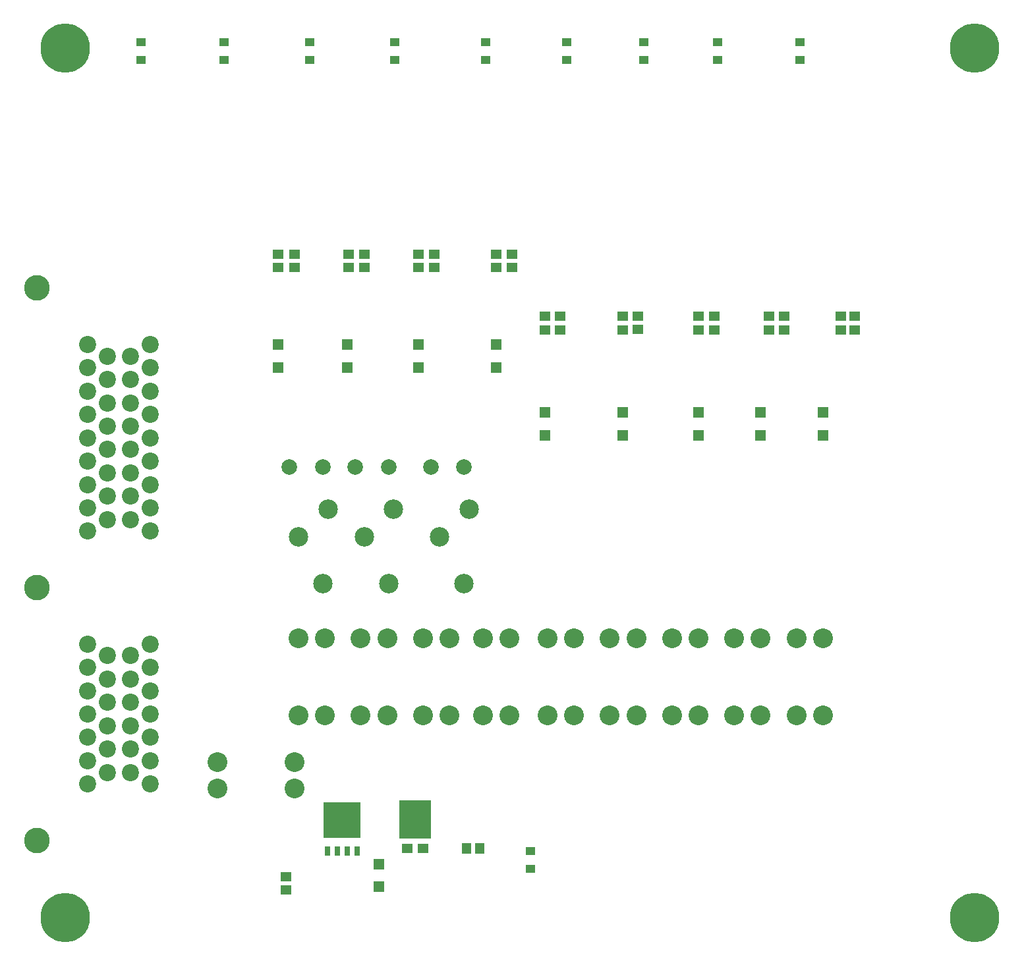
<source format=gbr>
%TF.GenerationSoftware,Altium Limited,Altium Designer,18.1.9 (240)*%
G04 Layer_Color=255*
%FSLAX26Y26*%
%MOIN*%
%TF.FileFunction,Pads,Top*%
%TF.Part,Single*%
G01*
G75*
%TA.AperFunction,SMDPad,CuDef*%
%ADD10R,0.051181X0.043307*%
%ADD11R,0.053150X0.045276*%
%ADD12R,0.185039X0.181102*%
%ADD13R,0.027559X0.045276*%
%ADD14R,0.045276X0.053150*%
%ADD15R,0.163386X0.192913*%
%ADD16R,0.057087X0.051181*%
%ADD17R,0.057087X0.053150*%
%TA.AperFunction,ViaPad*%
%ADD20C,0.250000*%
%TA.AperFunction,ComponentPad*%
%ADD21C,0.086614*%
%ADD22C,0.129921*%
%ADD23C,0.098425*%
%ADD24C,0.078740*%
%ADD25C,0.100000*%
D10*
X4015748Y4730315D02*
D03*
Y4639764D02*
D03*
X3598673Y4730315D02*
D03*
Y4639764D02*
D03*
X3225551Y4730315D02*
D03*
Y4639764D02*
D03*
X2834646Y4730315D02*
D03*
Y4639764D02*
D03*
X2425777Y4730315D02*
D03*
Y4639764D02*
D03*
X1965420Y4730315D02*
D03*
Y4639764D02*
D03*
X1535433Y4730315D02*
D03*
Y4639764D02*
D03*
X1102362Y4730315D02*
D03*
Y4639764D02*
D03*
X681072Y4730315D02*
D03*
Y4639764D02*
D03*
X2653791Y545276D02*
D03*
Y635827D02*
D03*
D11*
X2559055Y3587598D02*
D03*
Y3656496D02*
D03*
X1417323Y437992D02*
D03*
Y506890D02*
D03*
X2165354Y3656496D02*
D03*
Y3587598D02*
D03*
X2086614Y3656496D02*
D03*
Y3587598D02*
D03*
X1458504Y3656496D02*
D03*
Y3587598D02*
D03*
X1377029Y3656496D02*
D03*
Y3587598D02*
D03*
X1811024Y3656496D02*
D03*
Y3587598D02*
D03*
X1732284Y3656496D02*
D03*
Y3587598D02*
D03*
X2804171Y3341535D02*
D03*
Y3272638D02*
D03*
X2724683Y3341535D02*
D03*
Y3272638D02*
D03*
X3196477Y3343346D02*
D03*
Y3274449D02*
D03*
X3119132Y3341535D02*
D03*
Y3272638D02*
D03*
X3582677Y3341535D02*
D03*
Y3272638D02*
D03*
X3503937Y3341535D02*
D03*
Y3272638D02*
D03*
X3937008Y3341535D02*
D03*
Y3272638D02*
D03*
X3858268Y3341535D02*
D03*
Y3272638D02*
D03*
X4291339Y3341535D02*
D03*
Y3272638D02*
D03*
X4221494Y3341535D02*
D03*
Y3272638D02*
D03*
X2480315Y3656496D02*
D03*
Y3587598D02*
D03*
D12*
X1700454Y793307D02*
D03*
D13*
X1775454Y635827D02*
D03*
X1725454D02*
D03*
X1675454D02*
D03*
X1625454D02*
D03*
D14*
X2396654Y648976D02*
D03*
X2327756D02*
D03*
D15*
X2068778Y794921D02*
D03*
D16*
X2108778Y648976D02*
D03*
X2028778D02*
D03*
D17*
X1884824Y453740D02*
D03*
Y569882D02*
D03*
X2085690Y3081693D02*
D03*
Y3197834D02*
D03*
X1377029Y3081693D02*
D03*
Y3197834D02*
D03*
X1725454Y3081693D02*
D03*
Y3197834D02*
D03*
X2724683Y2738840D02*
D03*
Y2854982D02*
D03*
X3119132Y2738840D02*
D03*
Y2854982D02*
D03*
X3501022Y2738840D02*
D03*
Y2854982D02*
D03*
X3815982Y2738840D02*
D03*
Y2854982D02*
D03*
X4130943Y2738840D02*
D03*
Y2854982D02*
D03*
X2479391Y3081693D02*
D03*
Y3197834D02*
D03*
D20*
X4900000Y300000D02*
D03*
X300000D02*
D03*
Y4700000D02*
D03*
X4900000D02*
D03*
D21*
X728346Y2253937D02*
D03*
Y2372047D02*
D03*
Y2490157D02*
D03*
Y2608268D02*
D03*
Y2726378D02*
D03*
Y2844488D02*
D03*
Y2962598D02*
D03*
Y3080709D02*
D03*
Y3198819D02*
D03*
X629921Y2312992D02*
D03*
Y2431102D02*
D03*
Y2549213D02*
D03*
Y2667323D02*
D03*
Y2785433D02*
D03*
Y2903543D02*
D03*
Y3021653D02*
D03*
Y3139764D02*
D03*
X511811Y2312992D02*
D03*
Y2431102D02*
D03*
Y2549213D02*
D03*
Y2667323D02*
D03*
Y2785433D02*
D03*
Y2903543D02*
D03*
Y3021653D02*
D03*
Y3139764D02*
D03*
X413386Y2253937D02*
D03*
Y2372047D02*
D03*
Y2490157D02*
D03*
Y2608268D02*
D03*
Y2726378D02*
D03*
Y2844488D02*
D03*
Y2962598D02*
D03*
Y3080709D02*
D03*
Y3198819D02*
D03*
Y1683071D02*
D03*
Y1564961D02*
D03*
Y1446850D02*
D03*
Y1328740D02*
D03*
Y1210630D02*
D03*
Y1092520D02*
D03*
Y974409D02*
D03*
X511811Y1624016D02*
D03*
Y1505906D02*
D03*
Y1387795D02*
D03*
Y1269685D02*
D03*
Y1151575D02*
D03*
Y1033465D02*
D03*
X629921Y1624016D02*
D03*
Y1505906D02*
D03*
Y1387795D02*
D03*
Y1269685D02*
D03*
Y1151575D02*
D03*
Y1033465D02*
D03*
X728346Y1683071D02*
D03*
Y1564961D02*
D03*
Y1446850D02*
D03*
Y1328740D02*
D03*
Y1210630D02*
D03*
Y1092520D02*
D03*
Y974409D02*
D03*
D22*
X157480Y688976D02*
D03*
Y1968504D02*
D03*
Y3484252D02*
D03*
D23*
X2317207Y1989824D02*
D03*
X2342798Y2363840D02*
D03*
X2193192Y2226045D02*
D03*
X1602873Y1989824D02*
D03*
X1628464Y2363840D02*
D03*
X1478857Y2226045D02*
D03*
X1935039Y1989824D02*
D03*
X1960630Y2363840D02*
D03*
X1811024Y2226045D02*
D03*
D24*
X2147916Y2580376D02*
D03*
X2317207D02*
D03*
X1433582D02*
D03*
X1602873D02*
D03*
X1765748D02*
D03*
X1935039D02*
D03*
D25*
X2242637Y1712659D02*
D03*
Y1322108D02*
D03*
X2108778Y1712659D02*
D03*
Y1322108D02*
D03*
X1612716Y1712659D02*
D03*
Y1322108D02*
D03*
X1478857Y1712659D02*
D03*
Y1322108D02*
D03*
X1927676Y1712659D02*
D03*
Y1322108D02*
D03*
X1793818Y1712659D02*
D03*
Y1322108D02*
D03*
X1067953Y1085630D02*
D03*
X1458504D02*
D03*
X1067953Y951772D02*
D03*
X1458504D02*
D03*
X2872558Y1712659D02*
D03*
Y1322108D02*
D03*
X2738700Y1712659D02*
D03*
Y1322108D02*
D03*
X3187519Y1712659D02*
D03*
Y1322108D02*
D03*
X3053660Y1712659D02*
D03*
Y1322108D02*
D03*
X3502479Y1712659D02*
D03*
Y1322108D02*
D03*
X3368621Y1712659D02*
D03*
Y1322108D02*
D03*
X3817440Y1712659D02*
D03*
Y1322108D02*
D03*
X3683582Y1712659D02*
D03*
Y1322108D02*
D03*
X4132401Y1712659D02*
D03*
Y1322108D02*
D03*
X3998542Y1712659D02*
D03*
Y1322108D02*
D03*
X2547244Y1712677D02*
D03*
Y1322126D02*
D03*
X2413386Y1712677D02*
D03*
Y1322126D02*
D03*
%TF.MD5,39c5af66d5bb5d49b837f13f8041e22b*%
M02*

</source>
